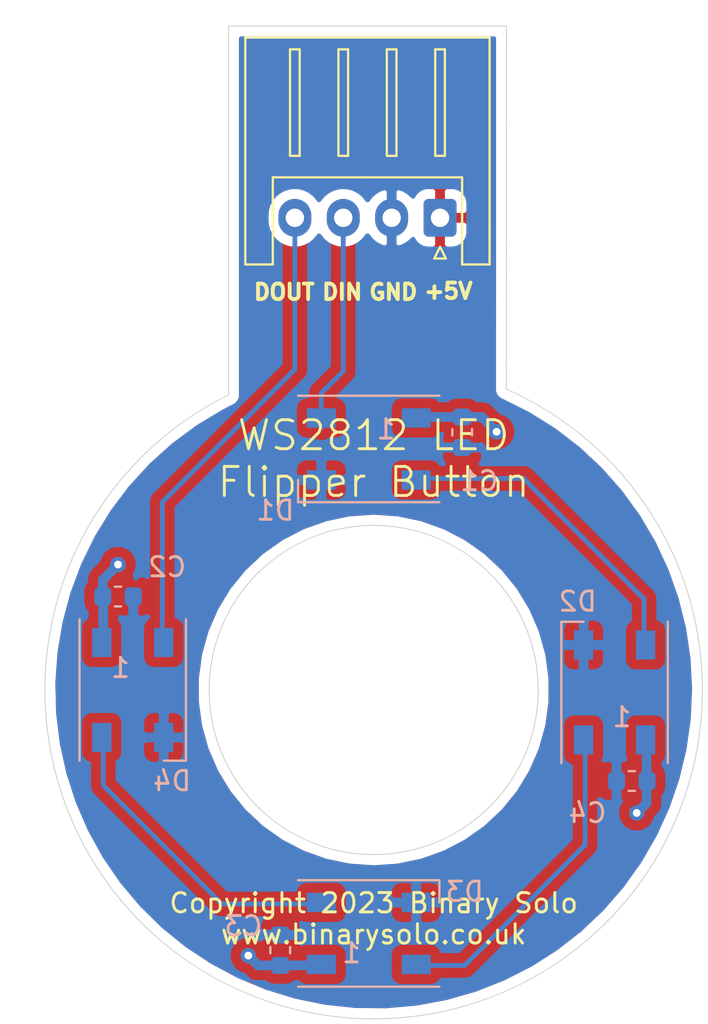
<source format=kicad_pcb>
(kicad_pcb (version 20171130) (host pcbnew 5.1.6-c6e7f7d~87~ubuntu18.04.1)

  (general
    (thickness 1.6)
    (drawings 11)
    (tracks 32)
    (zones 0)
    (modules 9)
    (nets 8)
  )

  (page A4)
  (title_block
    (title "WS2812B RGB Flipper Button")
    (date 2023-11-19)
    (rev 1.0)
    (company "Binary Solo")
    (comment 1 www.binarysolo.co.uk)
  )

  (layers
    (0 F.Cu signal)
    (31 B.Cu signal)
    (32 B.Adhes user)
    (33 F.Adhes user)
    (34 B.Paste user)
    (35 F.Paste user)
    (36 B.SilkS user)
    (37 F.SilkS user)
    (38 B.Mask user)
    (39 F.Mask user)
    (40 Dwgs.User user)
    (41 Cmts.User user)
    (42 Eco1.User user)
    (43 Eco2.User user)
    (44 Edge.Cuts user)
    (45 Margin user)
    (46 B.CrtYd user)
    (47 F.CrtYd user)
    (48 B.Fab user)
    (49 F.Fab user)
  )

  (setup
    (last_trace_width 0.5)
    (user_trace_width 0.5)
    (trace_clearance 0.2)
    (zone_clearance 0.508)
    (zone_45_only no)
    (trace_min 0.2)
    (via_size 0.8)
    (via_drill 0.4)
    (via_min_size 0.4)
    (via_min_drill 0.3)
    (user_via 1.6 0.8)
    (uvia_size 0.3)
    (uvia_drill 0.1)
    (uvias_allowed no)
    (uvia_min_size 0.2)
    (uvia_min_drill 0.1)
    (edge_width 0.05)
    (segment_width 0.2)
    (pcb_text_width 0.3)
    (pcb_text_size 1.5 1.5)
    (mod_edge_width 0.12)
    (mod_text_size 1 1)
    (mod_text_width 0.15)
    (pad_size 1.524 1.524)
    (pad_drill 0.762)
    (pad_to_mask_clearance 0.05)
    (aux_axis_origin 0 0)
    (visible_elements FFFFFF7F)
    (pcbplotparams
      (layerselection 0x010fc_ffffffff)
      (usegerberextensions false)
      (usegerberattributes true)
      (usegerberadvancedattributes true)
      (creategerberjobfile true)
      (excludeedgelayer true)
      (linewidth 0.100000)
      (plotframeref false)
      (viasonmask false)
      (mode 1)
      (useauxorigin false)
      (hpglpennumber 1)
      (hpglpenspeed 20)
      (hpglpendiameter 15.000000)
      (psnegative false)
      (psa4output false)
      (plotreference true)
      (plotvalue true)
      (plotinvisibletext false)
      (padsonsilk false)
      (subtractmaskfromsilk false)
      (outputformat 1)
      (mirror false)
      (drillshape 0)
      (scaleselection 1)
      (outputdirectory "GERBERS/"))
  )

  (net 0 "")
  (net 1 GND)
  (net 2 /DIN)
  (net 3 "Net-(D1-Pad2)")
  (net 4 /VDD)
  (net 5 "Net-(D2-Pad2)")
  (net 6 "Net-(D3-Pad2)")
  (net 7 /DOUT)

  (net_class Default "This is the default net class."
    (clearance 0.2)
    (trace_width 0.25)
    (via_dia 0.8)
    (via_drill 0.4)
    (uvia_dia 0.3)
    (uvia_drill 0.1)
    (add_net /DIN)
    (add_net /DOUT)
    (add_net /VDD)
    (add_net GND)
    (add_net "Net-(D1-Pad2)")
    (add_net "Net-(D2-Pad2)")
    (add_net "Net-(D3-Pad2)")
  )

  (net_class PWR ""
    (clearance 0.2)
    (trace_width 0.5)
    (via_dia 1.6)
    (via_drill 0.8)
    (uvia_dia 0.3)
    (uvia_drill 0.1)
  )

  (module Connector_JST:JST_XH_S04B-XH-A_1x04_P2.50mm_Horizontal (layer F.Cu) (tedit 5B775209) (tstamp 655A3343)
    (at 103.759 75.946 180)
    (descr "JST XH series connector, S04B-XH-A (http://www.jst-mfg.com/product/pdf/eng/eXH.pdf), generated with kicad-footprint-generator")
    (tags "connector JST XH top entry")
    (path /6559FC78)
    (fp_text reference J1 (at 3.75 -3.5) (layer F.SilkS) hide
      (effects (font (size 1 1) (thickness 0.15)))
    )
    (fp_text value Conn_01x04_Male (at 3.75 10.4) (layer F.Fab)
      (effects (font (size 1 1) (thickness 0.15)))
    )
    (fp_text user %R (at 3.75 3.45) (layer F.Fab)
      (effects (font (size 1 1) (thickness 0.15)))
    )
    (fp_line (start -2.95 -2.8) (end -2.95 9.7) (layer F.CrtYd) (width 0.05))
    (fp_line (start -2.95 9.7) (end 10.45 9.7) (layer F.CrtYd) (width 0.05))
    (fp_line (start 10.45 9.7) (end 10.45 -2.8) (layer F.CrtYd) (width 0.05))
    (fp_line (start 10.45 -2.8) (end -2.95 -2.8) (layer F.CrtYd) (width 0.05))
    (fp_line (start 3.75 9.31) (end -2.56 9.31) (layer F.SilkS) (width 0.12))
    (fp_line (start -2.56 9.31) (end -2.56 -2.41) (layer F.SilkS) (width 0.12))
    (fp_line (start -2.56 -2.41) (end -1.14 -2.41) (layer F.SilkS) (width 0.12))
    (fp_line (start -1.14 -2.41) (end -1.14 2.09) (layer F.SilkS) (width 0.12))
    (fp_line (start -1.14 2.09) (end 3.75 2.09) (layer F.SilkS) (width 0.12))
    (fp_line (start 3.75 9.31) (end 10.06 9.31) (layer F.SilkS) (width 0.12))
    (fp_line (start 10.06 9.31) (end 10.06 -2.41) (layer F.SilkS) (width 0.12))
    (fp_line (start 10.06 -2.41) (end 8.64 -2.41) (layer F.SilkS) (width 0.12))
    (fp_line (start 8.64 -2.41) (end 8.64 2.09) (layer F.SilkS) (width 0.12))
    (fp_line (start 8.64 2.09) (end 3.75 2.09) (layer F.SilkS) (width 0.12))
    (fp_line (start 3.75 9.2) (end -2.45 9.2) (layer F.Fab) (width 0.1))
    (fp_line (start -2.45 9.2) (end -2.45 -2.3) (layer F.Fab) (width 0.1))
    (fp_line (start -2.45 -2.3) (end -1.25 -2.3) (layer F.Fab) (width 0.1))
    (fp_line (start -1.25 -2.3) (end -1.25 2.2) (layer F.Fab) (width 0.1))
    (fp_line (start -1.25 2.2) (end 3.75 2.2) (layer F.Fab) (width 0.1))
    (fp_line (start 3.75 9.2) (end 9.95 9.2) (layer F.Fab) (width 0.1))
    (fp_line (start 9.95 9.2) (end 9.95 -2.3) (layer F.Fab) (width 0.1))
    (fp_line (start 9.95 -2.3) (end 8.75 -2.3) (layer F.Fab) (width 0.1))
    (fp_line (start 8.75 -2.3) (end 8.75 2.2) (layer F.Fab) (width 0.1))
    (fp_line (start 8.75 2.2) (end 3.75 2.2) (layer F.Fab) (width 0.1))
    (fp_line (start -0.25 3.2) (end -0.25 8.7) (layer F.SilkS) (width 0.12))
    (fp_line (start -0.25 8.7) (end 0.25 8.7) (layer F.SilkS) (width 0.12))
    (fp_line (start 0.25 8.7) (end 0.25 3.2) (layer F.SilkS) (width 0.12))
    (fp_line (start 0.25 3.2) (end -0.25 3.2) (layer F.SilkS) (width 0.12))
    (fp_line (start 2.25 3.2) (end 2.25 8.7) (layer F.SilkS) (width 0.12))
    (fp_line (start 2.25 8.7) (end 2.75 8.7) (layer F.SilkS) (width 0.12))
    (fp_line (start 2.75 8.7) (end 2.75 3.2) (layer F.SilkS) (width 0.12))
    (fp_line (start 2.75 3.2) (end 2.25 3.2) (layer F.SilkS) (width 0.12))
    (fp_line (start 4.75 3.2) (end 4.75 8.7) (layer F.SilkS) (width 0.12))
    (fp_line (start 4.75 8.7) (end 5.25 8.7) (layer F.SilkS) (width 0.12))
    (fp_line (start 5.25 8.7) (end 5.25 3.2) (layer F.SilkS) (width 0.12))
    (fp_line (start 5.25 3.2) (end 4.75 3.2) (layer F.SilkS) (width 0.12))
    (fp_line (start 7.25 3.2) (end 7.25 8.7) (layer F.SilkS) (width 0.12))
    (fp_line (start 7.25 8.7) (end 7.75 8.7) (layer F.SilkS) (width 0.12))
    (fp_line (start 7.75 8.7) (end 7.75 3.2) (layer F.SilkS) (width 0.12))
    (fp_line (start 7.75 3.2) (end 7.25 3.2) (layer F.SilkS) (width 0.12))
    (fp_line (start 0 -1.5) (end -0.3 -2.1) (layer F.SilkS) (width 0.12))
    (fp_line (start -0.3 -2.1) (end 0.3 -2.1) (layer F.SilkS) (width 0.12))
    (fp_line (start 0.3 -2.1) (end 0 -1.5) (layer F.SilkS) (width 0.12))
    (fp_line (start -0.625 2.2) (end 0 1.2) (layer F.Fab) (width 0.1))
    (fp_line (start 0 1.2) (end 0.625 2.2) (layer F.Fab) (width 0.1))
    (pad 4 thru_hole oval (at 7.5 0 180) (size 1.7 1.95) (drill 0.95) (layers *.Cu *.Mask)
      (net 7 /DOUT))
    (pad 3 thru_hole oval (at 5 0 180) (size 1.7 1.95) (drill 0.95) (layers *.Cu *.Mask)
      (net 2 /DIN))
    (pad 2 thru_hole oval (at 2.5 0 180) (size 1.7 1.95) (drill 0.95) (layers *.Cu *.Mask)
      (net 1 GND))
    (pad 1 thru_hole roundrect (at 0 0 180) (size 1.7 1.95) (drill 0.95) (layers *.Cu *.Mask) (roundrect_rratio 0.147059)
      (net 4 /VDD))
    (model ${KISYS3DMOD}/Connector_JST.3dshapes/JST_XH_S04B-XH-A_1x04_P2.50mm_Horizontal.wrl
      (at (xyz 0 0 0))
      (scale (xyz 1 1 1))
      (rotate (xyz 0 0 0))
    )
  )

  (module LED_SMD:LED_WS2812B_PLCC4_5.0x5.0mm_P3.2mm (layer B.Cu) (tedit 5AA4B285) (tstamp 655A3657)
    (at 100.076 87.884 180)
    (descr https://cdn-shop.adafruit.com/datasheets/WS2812B.pdf)
    (tags "LED RGB NeoPixel")
    (path /655A012B)
    (attr smd)
    (fp_text reference D1 (at 4.826 -3.175) (layer B.SilkS)
      (effects (font (size 1 1) (thickness 0.15)) (justify mirror))
    )
    (fp_text value WS2812B (at 0 -4) (layer B.Fab)
      (effects (font (size 1 1) (thickness 0.15)) (justify mirror))
    )
    (fp_circle (center 0 0) (end 0 2) (layer B.Fab) (width 0.1))
    (fp_line (start 3.65 -2.75) (end 3.65 -1.6) (layer B.SilkS) (width 0.12))
    (fp_line (start -3.65 -2.75) (end 3.65 -2.75) (layer B.SilkS) (width 0.12))
    (fp_line (start -3.65 2.75) (end 3.65 2.75) (layer B.SilkS) (width 0.12))
    (fp_line (start 2.5 2.5) (end -2.5 2.5) (layer B.Fab) (width 0.1))
    (fp_line (start 2.5 -2.5) (end 2.5 2.5) (layer B.Fab) (width 0.1))
    (fp_line (start -2.5 -2.5) (end 2.5 -2.5) (layer B.Fab) (width 0.1))
    (fp_line (start -2.5 2.5) (end -2.5 -2.5) (layer B.Fab) (width 0.1))
    (fp_line (start 2.5 -1.5) (end 1.5 -2.5) (layer B.Fab) (width 0.1))
    (fp_line (start -3.45 2.75) (end -3.45 -2.75) (layer B.CrtYd) (width 0.05))
    (fp_line (start -3.45 -2.75) (end 3.45 -2.75) (layer B.CrtYd) (width 0.05))
    (fp_line (start 3.45 -2.75) (end 3.45 2.75) (layer B.CrtYd) (width 0.05))
    (fp_line (start 3.45 2.75) (end -3.45 2.75) (layer B.CrtYd) (width 0.05))
    (fp_text user 1 (at -0.889 1.016) (layer B.SilkS)
      (effects (font (size 1 1) (thickness 0.15)) (justify mirror))
    )
    (fp_text user %R (at 0 0) (layer B.Fab)
      (effects (font (size 0.8 0.8) (thickness 0.15)) (justify mirror))
    )
    (pad 3 smd rect (at 2.45 -1.6 180) (size 1.5 1) (layers B.Cu B.Paste B.Mask)
      (net 1 GND))
    (pad 4 smd rect (at 2.45 1.6 180) (size 1.5 1) (layers B.Cu B.Paste B.Mask)
      (net 2 /DIN))
    (pad 2 smd rect (at -2.45 -1.6 180) (size 1.5 1) (layers B.Cu B.Paste B.Mask)
      (net 3 "Net-(D1-Pad2)"))
    (pad 1 smd rect (at -2.45 1.6 180) (size 1.5 1) (layers B.Cu B.Paste B.Mask)
      (net 4 /VDD))
    (model ${KISYS3DMOD}/LED_SMD.3dshapes/LED_WS2812B_PLCC4_5.0x5.0mm_P3.2mm.wrl
      (at (xyz 0 0 0))
      (scale (xyz 1 1 1))
      (rotate (xyz 0 0 0))
    )
  )

  (module LED_SMD:LED_WS2812B_PLCC4_5.0x5.0mm_P3.2mm (layer B.Cu) (tedit 5AA4B285) (tstamp 655A32FD)
    (at 112.776 100.457 90)
    (descr https://cdn-shop.adafruit.com/datasheets/WS2812B.pdf)
    (tags "LED RGB NeoPixel")
    (path /655A7B2B)
    (attr smd)
    (fp_text reference D2 (at 4.699 -1.905 180) (layer B.SilkS)
      (effects (font (size 1 1) (thickness 0.15)) (justify mirror))
    )
    (fp_text value WS2812B (at 0 -4 90) (layer B.Fab)
      (effects (font (size 1 1) (thickness 0.15)) (justify mirror))
    )
    (fp_text user %R (at 0 0 90) (layer B.Fab)
      (effects (font (size 0.8 0.8) (thickness 0.15)) (justify mirror))
    )
    (fp_text user 1 (at -1.27 0.381 180) (layer B.SilkS)
      (effects (font (size 1 1) (thickness 0.15)) (justify mirror))
    )
    (fp_line (start 3.45 2.75) (end -3.45 2.75) (layer B.CrtYd) (width 0.05))
    (fp_line (start 3.45 -2.75) (end 3.45 2.75) (layer B.CrtYd) (width 0.05))
    (fp_line (start -3.45 -2.75) (end 3.45 -2.75) (layer B.CrtYd) (width 0.05))
    (fp_line (start -3.45 2.75) (end -3.45 -2.75) (layer B.CrtYd) (width 0.05))
    (fp_line (start 2.5 -1.5) (end 1.5 -2.5) (layer B.Fab) (width 0.1))
    (fp_line (start -2.5 2.5) (end -2.5 -2.5) (layer B.Fab) (width 0.1))
    (fp_line (start -2.5 -2.5) (end 2.5 -2.5) (layer B.Fab) (width 0.1))
    (fp_line (start 2.5 -2.5) (end 2.5 2.5) (layer B.Fab) (width 0.1))
    (fp_line (start 2.5 2.5) (end -2.5 2.5) (layer B.Fab) (width 0.1))
    (fp_line (start -3.65 2.75) (end 3.65 2.75) (layer B.SilkS) (width 0.12))
    (fp_line (start -3.65 -2.75) (end 3.65 -2.75) (layer B.SilkS) (width 0.12))
    (fp_line (start 3.65 -2.75) (end 3.65 -1.6) (layer B.SilkS) (width 0.12))
    (fp_circle (center 0 0) (end 0 2) (layer B.Fab) (width 0.1))
    (pad 1 smd rect (at -2.45 1.6 90) (size 1.5 1) (layers B.Cu B.Paste B.Mask)
      (net 4 /VDD))
    (pad 2 smd rect (at -2.45 -1.6 90) (size 1.5 1) (layers B.Cu B.Paste B.Mask)
      (net 5 "Net-(D2-Pad2)"))
    (pad 4 smd rect (at 2.45 1.6 90) (size 1.5 1) (layers B.Cu B.Paste B.Mask)
      (net 3 "Net-(D1-Pad2)"))
    (pad 3 smd rect (at 2.45 -1.6 90) (size 1.5 1) (layers B.Cu B.Paste B.Mask)
      (net 1 GND))
    (model ${KISYS3DMOD}/LED_SMD.3dshapes/LED_WS2812B_PLCC4_5.0x5.0mm_P3.2mm.wrl
      (at (xyz 0 0 0))
      (scale (xyz 1 1 1))
      (rotate (xyz 0 0 0))
    )
  )

  (module LED_SMD:LED_WS2812B_PLCC4_5.0x5.0mm_P3.2mm (layer B.Cu) (tedit 5AA4B285) (tstamp 655A3314)
    (at 100.076 112.903)
    (descr https://cdn-shop.adafruit.com/datasheets/WS2812B.pdf)
    (tags "LED RGB NeoPixel")
    (path /655A8001)
    (attr smd)
    (fp_text reference D3 (at 4.953 -2.159) (layer B.SilkS)
      (effects (font (size 1 1) (thickness 0.15)) (justify mirror))
    )
    (fp_text value WS2812B (at 0 -4) (layer B.Fab)
      (effects (font (size 1 1) (thickness 0.15)) (justify mirror))
    )
    (fp_circle (center 0 0) (end 0 2) (layer B.Fab) (width 0.1))
    (fp_line (start 3.65 -2.75) (end 3.65 -1.6) (layer B.SilkS) (width 0.12))
    (fp_line (start -3.65 -2.75) (end 3.65 -2.75) (layer B.SilkS) (width 0.12))
    (fp_line (start -3.65 2.75) (end 3.65 2.75) (layer B.SilkS) (width 0.12))
    (fp_line (start 2.5 2.5) (end -2.5 2.5) (layer B.Fab) (width 0.1))
    (fp_line (start 2.5 -2.5) (end 2.5 2.5) (layer B.Fab) (width 0.1))
    (fp_line (start -2.5 -2.5) (end 2.5 -2.5) (layer B.Fab) (width 0.1))
    (fp_line (start -2.5 2.5) (end -2.5 -2.5) (layer B.Fab) (width 0.1))
    (fp_line (start 2.5 -1.5) (end 1.5 -2.5) (layer B.Fab) (width 0.1))
    (fp_line (start -3.45 2.75) (end -3.45 -2.75) (layer B.CrtYd) (width 0.05))
    (fp_line (start -3.45 -2.75) (end 3.45 -2.75) (layer B.CrtYd) (width 0.05))
    (fp_line (start 3.45 -2.75) (end 3.45 2.75) (layer B.CrtYd) (width 0.05))
    (fp_line (start 3.45 2.75) (end -3.45 2.75) (layer B.CrtYd) (width 0.05))
    (fp_text user 1 (at -0.889 1.016 180) (layer B.SilkS)
      (effects (font (size 1 1) (thickness 0.15)) (justify mirror))
    )
    (fp_text user %R (at 0 0) (layer B.Fab)
      (effects (font (size 0.8 0.8) (thickness 0.15)) (justify mirror))
    )
    (pad 3 smd rect (at 2.45 -1.6) (size 1.5 1) (layers B.Cu B.Paste B.Mask)
      (net 1 GND))
    (pad 4 smd rect (at 2.45 1.6) (size 1.5 1) (layers B.Cu B.Paste B.Mask)
      (net 5 "Net-(D2-Pad2)"))
    (pad 2 smd rect (at -2.45 -1.6) (size 1.5 1) (layers B.Cu B.Paste B.Mask)
      (net 6 "Net-(D3-Pad2)"))
    (pad 1 smd rect (at -2.45 1.6) (size 1.5 1) (layers B.Cu B.Paste B.Mask)
      (net 4 /VDD))
    (model ${KISYS3DMOD}/LED_SMD.3dshapes/LED_WS2812B_PLCC4_5.0x5.0mm_P3.2mm.wrl
      (at (xyz 0 0 0))
      (scale (xyz 1 1 1))
      (rotate (xyz 0 0 0))
    )
  )

  (module LED_SMD:LED_WS2812B_PLCC4_5.0x5.0mm_P3.2mm (layer B.Cu) (tedit 5AA4B285) (tstamp 655A332B)
    (at 87.884 100.33 270)
    (descr https://cdn-shop.adafruit.com/datasheets/WS2812B.pdf)
    (tags "LED RGB NeoPixel")
    (path /655A848A)
    (attr smd)
    (fp_text reference D4 (at 4.699 -2.032) (layer B.SilkS)
      (effects (font (size 1 1) (thickness 0.15)) (justify mirror))
    )
    (fp_text value WS2812B (at 0 -4 270) (layer B.Fab)
      (effects (font (size 1 1) (thickness 0.15)) (justify mirror))
    )
    (fp_text user %R (at 0 0 270) (layer B.Fab)
      (effects (font (size 0.8 0.8) (thickness 0.15)) (justify mirror))
    )
    (fp_text user 1 (at -1.143 0.635) (layer B.SilkS)
      (effects (font (size 1 1) (thickness 0.15)) (justify mirror))
    )
    (fp_line (start 3.45 2.75) (end -3.45 2.75) (layer B.CrtYd) (width 0.05))
    (fp_line (start 3.45 -2.75) (end 3.45 2.75) (layer B.CrtYd) (width 0.05))
    (fp_line (start -3.45 -2.75) (end 3.45 -2.75) (layer B.CrtYd) (width 0.05))
    (fp_line (start -3.45 2.75) (end -3.45 -2.75) (layer B.CrtYd) (width 0.05))
    (fp_line (start 2.5 -1.5) (end 1.5 -2.5) (layer B.Fab) (width 0.1))
    (fp_line (start -2.5 2.5) (end -2.5 -2.5) (layer B.Fab) (width 0.1))
    (fp_line (start -2.5 -2.5) (end 2.5 -2.5) (layer B.Fab) (width 0.1))
    (fp_line (start 2.5 -2.5) (end 2.5 2.5) (layer B.Fab) (width 0.1))
    (fp_line (start 2.5 2.5) (end -2.5 2.5) (layer B.Fab) (width 0.1))
    (fp_line (start -3.65 2.75) (end 3.65 2.75) (layer B.SilkS) (width 0.12))
    (fp_line (start -3.65 -2.75) (end 3.65 -2.75) (layer B.SilkS) (width 0.12))
    (fp_line (start 3.65 -2.75) (end 3.65 -1.6) (layer B.SilkS) (width 0.12))
    (fp_circle (center 0 0) (end 0 2) (layer B.Fab) (width 0.1))
    (pad 1 smd rect (at -2.45 1.6 270) (size 1.5 1) (layers B.Cu B.Paste B.Mask)
      (net 4 /VDD))
    (pad 2 smd rect (at -2.45 -1.6 270) (size 1.5 1) (layers B.Cu B.Paste B.Mask)
      (net 7 /DOUT))
    (pad 4 smd rect (at 2.45 1.6 270) (size 1.5 1) (layers B.Cu B.Paste B.Mask)
      (net 6 "Net-(D3-Pad2)"))
    (pad 3 smd rect (at 2.45 -1.6 270) (size 1.5 1) (layers B.Cu B.Paste B.Mask)
      (net 1 GND))
    (model ${KISYS3DMOD}/LED_SMD.3dshapes/LED_WS2812B_PLCC4_5.0x5.0mm_P3.2mm.wrl
      (at (xyz 0 0 0))
      (scale (xyz 1 1 1))
      (rotate (xyz 0 0 0))
    )
  )

  (module Capacitor_SMD:C_0603_1608Metric (layer B.Cu) (tedit 5B301BBE) (tstamp 655A5D55)
    (at 104.902 87.0205 270)
    (descr "Capacitor SMD 0603 (1608 Metric), square (rectangular) end terminal, IPC_7351 nominal, (Body size source: http://www.tortai-tech.com/upload/download/2011102023233369053.pdf), generated with kicad-footprint-generator")
    (tags capacitor)
    (path /655DBFD0)
    (attr smd)
    (fp_text reference C1 (at 2.5145 -0.889 180) (layer B.SilkS)
      (effects (font (size 1 1) (thickness 0.15)) (justify mirror))
    )
    (fp_text value 100nF (at 0 -1.43 90) (layer B.Fab)
      (effects (font (size 1 1) (thickness 0.15)) (justify mirror))
    )
    (fp_line (start 1.48 -0.73) (end -1.48 -0.73) (layer B.CrtYd) (width 0.05))
    (fp_line (start 1.48 0.73) (end 1.48 -0.73) (layer B.CrtYd) (width 0.05))
    (fp_line (start -1.48 0.73) (end 1.48 0.73) (layer B.CrtYd) (width 0.05))
    (fp_line (start -1.48 -0.73) (end -1.48 0.73) (layer B.CrtYd) (width 0.05))
    (fp_line (start -0.162779 -0.51) (end 0.162779 -0.51) (layer B.SilkS) (width 0.12))
    (fp_line (start -0.162779 0.51) (end 0.162779 0.51) (layer B.SilkS) (width 0.12))
    (fp_line (start 0.8 -0.4) (end -0.8 -0.4) (layer B.Fab) (width 0.1))
    (fp_line (start 0.8 0.4) (end 0.8 -0.4) (layer B.Fab) (width 0.1))
    (fp_line (start -0.8 0.4) (end 0.8 0.4) (layer B.Fab) (width 0.1))
    (fp_line (start -0.8 -0.4) (end -0.8 0.4) (layer B.Fab) (width 0.1))
    (fp_text user %R (at 0 0 90) (layer B.Fab)
      (effects (font (size 0.4 0.4) (thickness 0.06)) (justify mirror))
    )
    (pad 1 smd roundrect (at -0.7875 0 270) (size 0.875 0.95) (layers B.Cu B.Paste B.Mask) (roundrect_rratio 0.25)
      (net 4 /VDD))
    (pad 2 smd roundrect (at 0.7875 0 270) (size 0.875 0.95) (layers B.Cu B.Paste B.Mask) (roundrect_rratio 0.25)
      (net 1 GND))
    (model ${KISYS3DMOD}/Capacitor_SMD.3dshapes/C_0603_1608Metric.wrl
      (at (xyz 0 0 0))
      (scale (xyz 1 1 1))
      (rotate (xyz 0 0 0))
    )
  )

  (module Capacitor_SMD:C_0603_1608Metric (layer B.Cu) (tedit 5B301BBE) (tstamp 655A5F03)
    (at 87.122 95.504)
    (descr "Capacitor SMD 0603 (1608 Metric), square (rectangular) end terminal, IPC_7351 nominal, (Body size source: http://www.tortai-tech.com/upload/download/2011102023233369053.pdf), generated with kicad-footprint-generator")
    (tags capacitor)
    (path /655DD89B)
    (attr smd)
    (fp_text reference C2 (at 2.54 -1.524) (layer B.SilkS)
      (effects (font (size 1 1) (thickness 0.15)) (justify mirror))
    )
    (fp_text value 100nF (at 0 -1.43) (layer B.Fab)
      (effects (font (size 1 1) (thickness 0.15)) (justify mirror))
    )
    (fp_text user %R (at 0 0) (layer B.Fab)
      (effects (font (size 0.4 0.4) (thickness 0.06)) (justify mirror))
    )
    (fp_line (start -0.8 -0.4) (end -0.8 0.4) (layer B.Fab) (width 0.1))
    (fp_line (start -0.8 0.4) (end 0.8 0.4) (layer B.Fab) (width 0.1))
    (fp_line (start 0.8 0.4) (end 0.8 -0.4) (layer B.Fab) (width 0.1))
    (fp_line (start 0.8 -0.4) (end -0.8 -0.4) (layer B.Fab) (width 0.1))
    (fp_line (start -0.162779 0.51) (end 0.162779 0.51) (layer B.SilkS) (width 0.12))
    (fp_line (start -0.162779 -0.51) (end 0.162779 -0.51) (layer B.SilkS) (width 0.12))
    (fp_line (start -1.48 -0.73) (end -1.48 0.73) (layer B.CrtYd) (width 0.05))
    (fp_line (start -1.48 0.73) (end 1.48 0.73) (layer B.CrtYd) (width 0.05))
    (fp_line (start 1.48 0.73) (end 1.48 -0.73) (layer B.CrtYd) (width 0.05))
    (fp_line (start 1.48 -0.73) (end -1.48 -0.73) (layer B.CrtYd) (width 0.05))
    (pad 2 smd roundrect (at 0.7875 0) (size 0.875 0.95) (layers B.Cu B.Paste B.Mask) (roundrect_rratio 0.25)
      (net 1 GND))
    (pad 1 smd roundrect (at -0.7875 0) (size 0.875 0.95) (layers B.Cu B.Paste B.Mask) (roundrect_rratio 0.25)
      (net 4 /VDD))
    (model ${KISYS3DMOD}/Capacitor_SMD.3dshapes/C_0603_1608Metric.wrl
      (at (xyz 0 0 0))
      (scale (xyz 1 1 1))
      (rotate (xyz 0 0 0))
    )
  )

  (module Capacitor_SMD:C_0603_1608Metric (layer B.Cu) (tedit 5B301BBE) (tstamp 655A5D77)
    (at 95.504 113.7665 90)
    (descr "Capacitor SMD 0603 (1608 Metric), square (rectangular) end terminal, IPC_7351 nominal, (Body size source: http://www.tortai-tech.com/upload/download/2011102023233369053.pdf), generated with kicad-footprint-generator")
    (tags capacitor)
    (path /655DDE92)
    (attr smd)
    (fp_text reference C3 (at 1.2445 -1.905 180) (layer B.SilkS)
      (effects (font (size 1 1) (thickness 0.15)) (justify mirror))
    )
    (fp_text value 100nF (at 0 -1.43 90) (layer B.Fab)
      (effects (font (size 1 1) (thickness 0.15)) (justify mirror))
    )
    (fp_line (start 1.48 -0.73) (end -1.48 -0.73) (layer B.CrtYd) (width 0.05))
    (fp_line (start 1.48 0.73) (end 1.48 -0.73) (layer B.CrtYd) (width 0.05))
    (fp_line (start -1.48 0.73) (end 1.48 0.73) (layer B.CrtYd) (width 0.05))
    (fp_line (start -1.48 -0.73) (end -1.48 0.73) (layer B.CrtYd) (width 0.05))
    (fp_line (start -0.162779 -0.51) (end 0.162779 -0.51) (layer B.SilkS) (width 0.12))
    (fp_line (start -0.162779 0.51) (end 0.162779 0.51) (layer B.SilkS) (width 0.12))
    (fp_line (start 0.8 -0.4) (end -0.8 -0.4) (layer B.Fab) (width 0.1))
    (fp_line (start 0.8 0.4) (end 0.8 -0.4) (layer B.Fab) (width 0.1))
    (fp_line (start -0.8 0.4) (end 0.8 0.4) (layer B.Fab) (width 0.1))
    (fp_line (start -0.8 -0.4) (end -0.8 0.4) (layer B.Fab) (width 0.1))
    (fp_text user %R (at 0 0 90) (layer B.Fab)
      (effects (font (size 0.4 0.4) (thickness 0.06)) (justify mirror))
    )
    (pad 1 smd roundrect (at -0.7875 0 90) (size 0.875 0.95) (layers B.Cu B.Paste B.Mask) (roundrect_rratio 0.25)
      (net 4 /VDD))
    (pad 2 smd roundrect (at 0.7875 0 90) (size 0.875 0.95) (layers B.Cu B.Paste B.Mask) (roundrect_rratio 0.25)
      (net 1 GND))
    (model ${KISYS3DMOD}/Capacitor_SMD.3dshapes/C_0603_1608Metric.wrl
      (at (xyz 0 0 0))
      (scale (xyz 1 1 1))
      (rotate (xyz 0 0 0))
    )
  )

  (module Capacitor_SMD:C_0603_1608Metric (layer B.Cu) (tedit 5B301BBE) (tstamp 655A5D88)
    (at 113.665 105.029 180)
    (descr "Capacitor SMD 0603 (1608 Metric), square (rectangular) end terminal, IPC_7351 nominal, (Body size source: http://www.tortai-tech.com/upload/download/2011102023233369053.pdf), generated with kicad-footprint-generator")
    (tags capacitor)
    (path /655DE558)
    (attr smd)
    (fp_text reference C4 (at 2.286 -1.651) (layer B.SilkS)
      (effects (font (size 1 1) (thickness 0.15)) (justify mirror))
    )
    (fp_text value 100nF (at 0 -1.43) (layer B.Fab)
      (effects (font (size 1 1) (thickness 0.15)) (justify mirror))
    )
    (fp_text user %R (at 0 0) (layer B.Fab)
      (effects (font (size 0.4 0.4) (thickness 0.06)) (justify mirror))
    )
    (fp_line (start -0.8 -0.4) (end -0.8 0.4) (layer B.Fab) (width 0.1))
    (fp_line (start -0.8 0.4) (end 0.8 0.4) (layer B.Fab) (width 0.1))
    (fp_line (start 0.8 0.4) (end 0.8 -0.4) (layer B.Fab) (width 0.1))
    (fp_line (start 0.8 -0.4) (end -0.8 -0.4) (layer B.Fab) (width 0.1))
    (fp_line (start -0.162779 0.51) (end 0.162779 0.51) (layer B.SilkS) (width 0.12))
    (fp_line (start -0.162779 -0.51) (end 0.162779 -0.51) (layer B.SilkS) (width 0.12))
    (fp_line (start -1.48 -0.73) (end -1.48 0.73) (layer B.CrtYd) (width 0.05))
    (fp_line (start -1.48 0.73) (end 1.48 0.73) (layer B.CrtYd) (width 0.05))
    (fp_line (start 1.48 0.73) (end 1.48 -0.73) (layer B.CrtYd) (width 0.05))
    (fp_line (start 1.48 -0.73) (end -1.48 -0.73) (layer B.CrtYd) (width 0.05))
    (pad 2 smd roundrect (at 0.7875 0 180) (size 0.875 0.95) (layers B.Cu B.Paste B.Mask) (roundrect_rratio 0.25)
      (net 1 GND))
    (pad 1 smd roundrect (at -0.7875 0 180) (size 0.875 0.95) (layers B.Cu B.Paste B.Mask) (roundrect_rratio 0.25)
      (net 4 /VDD))
    (model ${KISYS3DMOD}/Capacitor_SMD.3dshapes/C_0603_1608Metric.wrl
      (at (xyz 0 0 0))
      (scale (xyz 1 1 1))
      (rotate (xyz 0 0 0))
    )
  )

  (gr_text "Copyright 2023 Binary Solo\nwww.binarysolo.co.uk" (at 100.33 112.141) (layer F.SilkS)
    (effects (font (size 1 1) (thickness 0.15)))
  )
  (gr_text "WS2812 LED\nFlipper Button" (at 100.33 88.392) (layer F.SilkS)
    (effects (font (size 1.5 1.5) (thickness 0.15)))
  )
  (gr_text +5V (at 104.1908 79.7306) (layer F.SilkS)
    (effects (font (size 0.8 0.8) (thickness 0.2)))
  )
  (gr_text GND (at 101.346 79.7814) (layer F.SilkS)
    (effects (font (size 0.8 0.8) (thickness 0.2)))
  )
  (gr_text DIN (at 98.7044 79.7814) (layer F.SilkS)
    (effects (font (size 0.8 0.8) (thickness 0.2)))
  )
  (gr_text DOUT (at 95.7072 79.7814) (layer F.SilkS)
    (effects (font (size 0.8 0.8) (thickness 0.2)))
  )
  (gr_line (start 107.188 66.04) (end 107.180103 84.790415) (layer Edge.Cuts) (width 0.05) (tstamp 655A3DEC))
  (gr_arc (start 100.33 100.33) (end 92.837001 85.090001) (angle -310.0295249) (layer Edge.Cuts) (width 0.05))
  (gr_line (start 92.837 66.04) (end 92.837001 85.090001) (layer Edge.Cuts) (width 0.05))
  (gr_line (start 92.837 66.04) (end 107.188 66.04) (layer Edge.Cuts) (width 0.05))
  (gr_circle (center 100.33 100.33) (end 108.83 100.33) (layer Edge.Cuts) (width 0.05))

  (segment (start 98.759 83.867) (end 98.759 75.946) (width 0.25) (layer B.Cu) (net 2))
  (segment (start 97.626 86.792) (end 97.626 85) (width 0.25) (layer B.Cu) (net 2))
  (segment (start 97.626 85) (end 98.759 83.867) (width 0.25) (layer B.Cu) (net 2))
  (segment (start 114.3 95.631) (end 114.3 97.917) (width 0.25) (layer B.Cu) (net 3))
  (segment (start 102.362 89.408) (end 108.077 89.408) (width 0.25) (layer B.Cu) (net 3))
  (segment (start 108.077 89.408) (end 114.3 95.631) (width 0.25) (layer B.Cu) (net 3))
  (segment (start 86.36 97.88) (end 86.36 95.8344) (width 0.5) (layer B.Cu) (net 4))
  (segment (start 114.427 102.907) (end 114.427 105.0288) (width 0.5) (layer B.Cu) (net 4))
  (segment (start 102.526 86.233) (end 104.6224 86.233) (width 0.5) (layer B.Cu) (net 4))
  (segment (start 97.626 114.554) (end 95.6056 114.554) (width 0.5) (layer B.Cu) (net 4))
  (via (at 106.68 86.995) (size 0.8) (drill 0.4) (layers F.Cu B.Cu) (net 4))
  (via (at 87.122 93.853) (size 0.8) (drill 0.4) (layers F.Cu B.Cu) (net 4))
  (via (at 93.853 114.046) (size 0.8) (drill 0.4) (layers F.Cu B.Cu) (net 4))
  (via (at 113.919 106.68) (size 0.8) (drill 0.4) (layers F.Cu B.Cu) (net 4))
  (segment (start 94.361 114.554) (end 93.853 114.046) (width 0.5) (layer B.Cu) (net 4))
  (segment (start 95.504 114.554) (end 94.361 114.554) (width 0.5) (layer B.Cu) (net 4))
  (segment (start 113.919 106.68) (end 114.427 106.172) (width 0.5) (layer B.Cu) (net 4))
  (segment (start 114.427 105.0545) (end 114.4525 105.029) (width 0.5) (layer B.Cu) (net 4))
  (segment (start 114.427 106.172) (end 114.427 105.0545) (width 0.5) (layer B.Cu) (net 4))
  (segment (start 105.918 86.233) (end 106.68 86.995) (width 0.5) (layer B.Cu) (net 4))
  (segment (start 104.902 86.233) (end 105.918 86.233) (width 0.5) (layer B.Cu) (net 4))
  (segment (start 86.3345 94.6405) (end 87.122 93.853) (width 0.5) (layer B.Cu) (net 4))
  (segment (start 86.3345 95.504) (end 86.3345 94.6405) (width 0.5) (layer B.Cu) (net 4))
  (segment (start 111.252 108.331) (end 111.252 102.87) (width 0.25) (layer B.Cu) (net 5))
  (segment (start 102.526 114.554) (end 105.029 114.554) (width 0.25) (layer B.Cu) (net 5))
  (segment (start 105.029 114.554) (end 111.252 108.331) (width 0.25) (layer B.Cu) (net 5))
  (segment (start 86.36 105.2576) (end 86.36 102.78) (width 0.25) (layer B.Cu) (net 6))
  (segment (start 97.626 111.379) (end 92.4814 111.379) (width 0.25) (layer B.Cu) (net 6))
  (segment (start 92.4814 111.379) (end 86.36 105.2576) (width 0.25) (layer B.Cu) (net 6))
  (segment (start 96.259 83.7762) (end 96.259 75.946) (width 0.25) (layer B.Cu) (net 7))
  (segment (start 89.408 97.88) (end 89.408 90.6272) (width 0.25) (layer B.Cu) (net 7))
  (segment (start 89.408 90.6272) (end 96.259 83.7762) (width 0.25) (layer B.Cu) (net 7))

  (zone (net 1) (net_name GND) (layer B.Cu) (tstamp 655A99A9) (hatch edge 0.508)
    (connect_pads (clearance 0.508))
    (min_thickness 0.254)
    (fill yes (arc_segments 32) (thermal_gap 0.508) (thermal_bridge_width 0.508))
    (polygon
      (pts
        (xy 117.602 117.602) (xy 81.026 117.602) (xy 81.28 65.786) (xy 117.602 65.786)
      )
    )
    (filled_polygon
      (pts
        (xy 106.52009 84.822556) (xy 106.529599 84.919524) (xy 106.567287 85.043949) (xy 106.628523 85.158632) (xy 106.710958 85.259165)
        (xy 106.811421 85.341684) (xy 106.926052 85.403018) (xy 106.934996 85.405735) (xy 108.314719 86.094802) (xy 109.642339 86.925638)
        (xy 110.884223 87.879902) (xy 112.028922 88.948795) (xy 113.065898 90.12248) (xy 113.985615 91.39016) (xy 114.779593 92.740148)
        (xy 115.440526 94.160024) (xy 115.962325 95.636708) (xy 116.340189 97.156609) (xy 116.570636 98.705718) (xy 116.651549 100.269806)
        (xy 116.582178 101.834423) (xy 116.363162 103.385206) (xy 115.996521 104.90785) (xy 115.48563 106.388336) (xy 114.835187 107.813055)
        (xy 114.051189 109.168867) (xy 113.140854 110.443288) (xy 112.112562 111.624592) (xy 110.975772 112.701907) (xy 109.740974 113.665297)
        (xy 108.419514 114.505908) (xy 107.023573 115.215989) (xy 105.565988 115.789011) (xy 104.060211 116.219686) (xy 102.520077 116.504058)
        (xy 100.959782 116.639505) (xy 99.393682 116.624781) (xy 97.836202 116.46002) (xy 96.301699 116.146744) (xy 94.804273 115.687829)
        (xy 94.136686 115.410778) (xy 94.18751 115.426195) (xy 94.317523 115.439) (xy 94.317533 115.439) (xy 94.360999 115.443281)
        (xy 94.404465 115.439) (xy 94.715465 115.439) (xy 94.771725 115.485171) (xy 94.919858 115.56435) (xy 95.080592 115.613108)
        (xy 95.24775 115.629572) (xy 95.76025 115.629572) (xy 95.927408 115.613108) (xy 96.088142 115.56435) (xy 96.236275 115.485171)
        (xy 96.292535 115.439) (xy 96.412353 115.439) (xy 96.424815 115.454185) (xy 96.521506 115.533537) (xy 96.63182 115.592502)
        (xy 96.751518 115.628812) (xy 96.876 115.641072) (xy 98.376 115.641072) (xy 98.500482 115.628812) (xy 98.62018 115.592502)
        (xy 98.730494 115.533537) (xy 98.827185 115.454185) (xy 98.906537 115.357494) (xy 98.965502 115.24718) (xy 99.001812 115.127482)
        (xy 99.014072 115.003) (xy 99.014072 114.003) (xy 101.137928 114.003) (xy 101.137928 115.003) (xy 101.150188 115.127482)
        (xy 101.186498 115.24718) (xy 101.245463 115.357494) (xy 101.324815 115.454185) (xy 101.421506 115.533537) (xy 101.53182 115.592502)
        (xy 101.651518 115.628812) (xy 101.776 115.641072) (xy 103.276 115.641072) (xy 103.400482 115.628812) (xy 103.52018 115.592502)
        (xy 103.630494 115.533537) (xy 103.727185 115.454185) (xy 103.806537 115.357494) (xy 103.829785 115.314) (xy 104.991678 115.314)
        (xy 105.029 115.317676) (xy 105.066322 115.314) (xy 105.066333 115.314) (xy 105.177986 115.303003) (xy 105.321247 115.259546)
        (xy 105.453276 115.188974) (xy 105.569001 115.094001) (xy 105.592804 115.064997) (xy 111.763004 108.894798) (xy 111.792001 108.871001)
        (xy 111.831145 108.823304) (xy 111.886974 108.755277) (xy 111.957546 108.623247) (xy 111.965088 108.598385) (xy 112.001003 108.479986)
        (xy 112.012 108.368333) (xy 112.012 108.368323) (xy 112.015676 108.331) (xy 112.012 108.293678) (xy 112.012 106.578061)
        (xy 112.884 106.578061) (xy 112.884 106.781939) (xy 112.923774 106.981898) (xy 113.001795 107.170256) (xy 113.115063 107.339774)
        (xy 113.259226 107.483937) (xy 113.428744 107.597205) (xy 113.617102 107.675226) (xy 113.817061 107.715) (xy 114.020939 107.715)
        (xy 114.220898 107.675226) (xy 114.409256 107.597205) (xy 114.578774 107.483937) (xy 114.722937 107.339774) (xy 114.836205 107.170256)
        (xy 114.914226 106.981898) (xy 114.925535 106.925043) (xy 115.022045 106.828533) (xy 115.055817 106.800817) (xy 115.166411 106.666059)
        (xy 115.248589 106.512313) (xy 115.299195 106.34549) (xy 115.312 106.215477) (xy 115.312 106.215467) (xy 115.316281 106.172001)
        (xy 115.312 106.128535) (xy 115.312 105.848607) (xy 115.383671 105.761275) (xy 115.46285 105.613142) (xy 115.511608 105.452408)
        (xy 115.528072 105.28525) (xy 115.528072 104.77275) (xy 115.511608 104.605592) (xy 115.46285 104.444858) (xy 115.383671 104.296725)
        (xy 115.312 104.209393) (xy 115.312 104.120647) (xy 115.327185 104.108185) (xy 115.406537 104.011494) (xy 115.465502 103.90118)
        (xy 115.501812 103.781482) (xy 115.514072 103.657) (xy 115.514072 102.157) (xy 115.501812 102.032518) (xy 115.465502 101.91282)
        (xy 115.406537 101.802506) (xy 115.327185 101.705815) (xy 115.230494 101.626463) (xy 115.12018 101.567498) (xy 115.000482 101.531188)
        (xy 114.876 101.518928) (xy 113.876 101.518928) (xy 113.751518 101.531188) (xy 113.63182 101.567498) (xy 113.521506 101.626463)
        (xy 113.424815 101.705815) (xy 113.345463 101.802506) (xy 113.286498 101.91282) (xy 113.250188 102.032518) (xy 113.237928 102.157)
        (xy 113.237928 103.657) (xy 113.250188 103.781482) (xy 113.286498 103.90118) (xy 113.294602 103.916341) (xy 113.16325 103.919)
        (xy 113.0045 104.07775) (xy 113.0045 104.902) (xy 113.0245 104.902) (xy 113.0245 105.156) (xy 113.0045 105.156)
        (xy 113.0045 105.98025) (xy 113.08679 106.06254) (xy 113.001795 106.189744) (xy 112.923774 106.378102) (xy 112.884 106.578061)
        (xy 112.012 106.578061) (xy 112.012 105.974212) (xy 112.085506 106.034537) (xy 112.19582 106.093502) (xy 112.315518 106.129812)
        (xy 112.44 106.142072) (xy 112.59175 106.139) (xy 112.7505 105.98025) (xy 112.7505 105.156) (xy 112.7305 105.156)
        (xy 112.7305 104.902) (xy 112.7505 104.902) (xy 112.7505 104.07775) (xy 112.59175 103.919) (xy 112.44 103.915928)
        (xy 112.315518 103.928188) (xy 112.238593 103.951523) (xy 112.265502 103.90118) (xy 112.301812 103.781482) (xy 112.314072 103.657)
        (xy 112.314072 102.157) (xy 112.301812 102.032518) (xy 112.265502 101.91282) (xy 112.206537 101.802506) (xy 112.127185 101.705815)
        (xy 112.030494 101.626463) (xy 111.92018 101.567498) (xy 111.800482 101.531188) (xy 111.676 101.518928) (xy 110.676 101.518928)
        (xy 110.551518 101.531188) (xy 110.43182 101.567498) (xy 110.321506 101.626463) (xy 110.224815 101.705815) (xy 110.145463 101.802506)
        (xy 110.086498 101.91282) (xy 110.050188 102.032518) (xy 110.037928 102.157) (xy 110.037928 103.657) (xy 110.050188 103.781482)
        (xy 110.086498 103.90118) (xy 110.145463 104.011494) (xy 110.224815 104.108185) (xy 110.321506 104.187537) (xy 110.43182 104.246502)
        (xy 110.492001 104.264758) (xy 110.492 108.016198) (xy 104.714199 113.794) (xy 103.876174 113.794) (xy 103.865502 113.75882)
        (xy 103.806537 113.648506) (xy 103.727185 113.551815) (xy 103.630494 113.472463) (xy 103.52018 113.413498) (xy 103.400482 113.377188)
        (xy 103.276 113.364928) (xy 101.776 113.364928) (xy 101.651518 113.377188) (xy 101.53182 113.413498) (xy 101.421506 113.472463)
        (xy 101.324815 113.551815) (xy 101.245463 113.648506) (xy 101.186498 113.75882) (xy 101.150188 113.878518) (xy 101.137928 114.003)
        (xy 99.014072 114.003) (xy 99.001812 113.878518) (xy 98.965502 113.75882) (xy 98.906537 113.648506) (xy 98.827185 113.551815)
        (xy 98.730494 113.472463) (xy 98.62018 113.413498) (xy 98.500482 113.377188) (xy 98.376 113.364928) (xy 96.876 113.364928)
        (xy 96.751518 113.377188) (xy 96.63182 113.413498) (xy 96.616565 113.421652) (xy 96.617072 113.4165) (xy 96.614 113.26475)
        (xy 96.45525 113.106) (xy 95.631 113.106) (xy 95.631 113.126) (xy 95.377 113.126) (xy 95.377 113.106)
        (xy 94.55275 113.106) (xy 94.455174 113.203576) (xy 94.343256 113.128795) (xy 94.154898 113.050774) (xy 93.954939 113.011)
        (xy 93.751061 113.011) (xy 93.551102 113.050774) (xy 93.362744 113.128795) (xy 93.193226 113.242063) (xy 93.049063 113.386226)
        (xy 92.935795 113.555744) (xy 92.857774 113.744102) (xy 92.818 113.944061) (xy 92.818 114.147939) (xy 92.857774 114.347898)
        (xy 92.935795 114.536256) (xy 93.049063 114.705774) (xy 93.193226 114.849937) (xy 93.362744 114.963205) (xy 93.551102 115.041226)
        (xy 93.607957 115.052535) (xy 93.704466 115.149044) (xy 93.732183 115.182817) (xy 93.866941 115.293411) (xy 93.912306 115.317659)
        (xy 93.35773 115.087508) (xy 91.97539 114.351308) (xy 90.669964 113.485997) (xy 89.453489 112.499555) (xy 88.337162 111.401062)
        (xy 87.331259 110.200628) (xy 86.445051 108.909321) (xy 85.686678 107.539001) (xy 85.063142 106.102316) (xy 84.580177 104.61248)
        (xy 84.242228 103.083209) (xy 84.113632 102.03) (xy 85.145928 102.03) (xy 85.145928 103.53) (xy 85.158188 103.654482)
        (xy 85.194498 103.77418) (xy 85.253463 103.884494) (xy 85.332815 103.981185) (xy 85.429506 104.060537) (xy 85.53982 104.119502)
        (xy 85.6 104.137758) (xy 85.6 105.220277) (xy 85.596324 105.2576) (xy 85.6 105.294922) (xy 85.6 105.294932)
        (xy 85.610997 105.406585) (xy 85.652433 105.543184) (xy 85.654454 105.549846) (xy 85.725026 105.681876) (xy 85.761575 105.72641)
        (xy 85.819999 105.797601) (xy 85.849003 105.821404) (xy 91.917601 111.890003) (xy 91.941399 111.919001) (xy 91.970397 111.942799)
        (xy 92.057123 112.013974) (xy 92.153053 112.06525) (xy 92.189153 112.084546) (xy 92.332414 112.128003) (xy 92.444067 112.139)
        (xy 92.444077 112.139) (xy 92.4814 112.142676) (xy 92.518723 112.139) (xy 94.53786 112.139) (xy 94.498463 112.187006)
        (xy 94.439498 112.29732) (xy 94.403188 112.417018) (xy 94.390928 112.5415) (xy 94.394 112.69325) (xy 94.55275 112.852)
        (xy 95.377 112.852) (xy 95.377 112.832) (xy 95.631 112.832) (xy 95.631 112.852) (xy 96.45525 112.852)
        (xy 96.614 112.69325) (xy 96.617072 112.5415) (xy 96.604812 112.417018) (xy 96.590709 112.370528) (xy 96.63182 112.392502)
        (xy 96.751518 112.428812) (xy 96.876 112.441072) (xy 98.376 112.441072) (xy 98.500482 112.428812) (xy 98.62018 112.392502)
        (xy 98.730494 112.333537) (xy 98.827185 112.254185) (xy 98.906537 112.157494) (xy 98.965502 112.04718) (xy 99.001812 111.927482)
        (xy 99.014072 111.803) (xy 101.137928 111.803) (xy 101.150188 111.927482) (xy 101.186498 112.04718) (xy 101.245463 112.157494)
        (xy 101.324815 112.254185) (xy 101.421506 112.333537) (xy 101.53182 112.392502) (xy 101.651518 112.428812) (xy 101.776 112.441072)
        (xy 102.24025 112.438) (xy 102.399 112.27925) (xy 102.399 111.43) (xy 102.653 111.43) (xy 102.653 112.27925)
        (xy 102.81175 112.438) (xy 103.276 112.441072) (xy 103.400482 112.428812) (xy 103.52018 112.392502) (xy 103.630494 112.333537)
        (xy 103.727185 112.254185) (xy 103.806537 112.157494) (xy 103.865502 112.04718) (xy 103.901812 111.927482) (xy 103.914072 111.803)
        (xy 103.911 111.58875) (xy 103.75225 111.43) (xy 102.653 111.43) (xy 102.399 111.43) (xy 101.29975 111.43)
        (xy 101.141 111.58875) (xy 101.137928 111.803) (xy 99.014072 111.803) (xy 99.014072 110.803) (xy 101.137928 110.803)
        (xy 101.141 111.01725) (xy 101.29975 111.176) (xy 102.399 111.176) (xy 102.399 110.32675) (xy 102.653 110.32675)
        (xy 102.653 111.176) (xy 103.75225 111.176) (xy 103.911 111.01725) (xy 103.914072 110.803) (xy 103.901812 110.678518)
        (xy 103.865502 110.55882) (xy 103.806537 110.448506) (xy 103.727185 110.351815) (xy 103.630494 110.272463) (xy 103.52018 110.213498)
        (xy 103.400482 110.177188) (xy 103.276 110.164928) (xy 102.81175 110.168) (xy 102.653 110.32675) (xy 102.399 110.32675)
        (xy 102.24025 110.168) (xy 101.776 110.164928) (xy 101.651518 110.177188) (xy 101.53182 110.213498) (xy 101.421506 110.272463)
        (xy 101.324815 110.351815) (xy 101.245463 110.448506) (xy 101.186498 110.55882) (xy 101.150188 110.678518) (xy 101.137928 110.803)
        (xy 99.014072 110.803) (xy 99.001812 110.678518) (xy 98.965502 110.55882) (xy 98.906537 110.448506) (xy 98.827185 110.351815)
        (xy 98.730494 110.272463) (xy 98.62018 110.213498) (xy 98.500482 110.177188) (xy 98.376 110.164928) (xy 96.876 110.164928)
        (xy 96.751518 110.177188) (xy 96.63182 110.213498) (xy 96.521506 110.272463) (xy 96.424815 110.351815) (xy 96.345463 110.448506)
        (xy 96.286498 110.55882) (xy 96.268243 110.619) (xy 92.796202 110.619) (xy 87.12 104.942799) (xy 87.12 104.070422)
        (xy 87.138494 104.060537) (xy 87.235185 103.981185) (xy 87.314537 103.884494) (xy 87.373502 103.77418) (xy 87.409812 103.654482)
        (xy 87.422072 103.53) (xy 88.345928 103.53) (xy 88.358188 103.654482) (xy 88.394498 103.77418) (xy 88.453463 103.884494)
        (xy 88.532815 103.981185) (xy 88.629506 104.060537) (xy 88.73982 104.119502) (xy 88.859518 104.155812) (xy 88.984 104.168072)
        (xy 89.19825 104.165) (xy 89.357 104.00625) (xy 89.357 102.907) (xy 89.611 102.907) (xy 89.611 104.00625)
        (xy 89.76975 104.165) (xy 89.984 104.168072) (xy 90.108482 104.155812) (xy 90.22818 104.119502) (xy 90.338494 104.060537)
        (xy 90.435185 103.981185) (xy 90.514537 103.884494) (xy 90.573502 103.77418) (xy 90.609812 103.654482) (xy 90.622072 103.53)
        (xy 90.619 103.06575) (xy 90.46025 102.907) (xy 89.611 102.907) (xy 89.357 102.907) (xy 88.50775 102.907)
        (xy 88.349 103.06575) (xy 88.345928 103.53) (xy 87.422072 103.53) (xy 87.422072 102.03) (xy 88.345928 102.03)
        (xy 88.349 102.49425) (xy 88.50775 102.653) (xy 89.357 102.653) (xy 89.357 101.55375) (xy 89.611 101.55375)
        (xy 89.611 102.653) (xy 90.46025 102.653) (xy 90.619 102.49425) (xy 90.622072 102.03) (xy 90.609812 101.905518)
        (xy 90.573502 101.78582) (xy 90.514537 101.675506) (xy 90.435185 101.578815) (xy 90.338494 101.499463) (xy 90.22818 101.440498)
        (xy 90.108482 101.404188) (xy 89.984 101.391928) (xy 89.76975 101.395) (xy 89.611 101.55375) (xy 89.357 101.55375)
        (xy 89.19825 101.395) (xy 88.984 101.391928) (xy 88.859518 101.404188) (xy 88.73982 101.440498) (xy 88.629506 101.499463)
        (xy 88.532815 101.578815) (xy 88.453463 101.675506) (xy 88.394498 101.78582) (xy 88.358188 101.905518) (xy 88.345928 102.03)
        (xy 87.422072 102.03) (xy 87.409812 101.905518) (xy 87.373502 101.78582) (xy 87.314537 101.675506) (xy 87.235185 101.578815)
        (xy 87.138494 101.499463) (xy 87.02818 101.440498) (xy 86.908482 101.404188) (xy 86.784 101.391928) (xy 85.784 101.391928)
        (xy 85.659518 101.404188) (xy 85.53982 101.440498) (xy 85.429506 101.499463) (xy 85.332815 101.578815) (xy 85.253463 101.675506)
        (xy 85.194498 101.78582) (xy 85.158188 101.905518) (xy 85.145928 102.03) (xy 84.113632 102.03) (xy 84.052408 101.52858)
        (xy 84.012469 99.962936) (xy 84.030783 99.703535) (xy 91.171401 99.703535) (xy 91.171401 100.956465) (xy 91.342008 102.197726)
        (xy 91.680045 103.404195) (xy 92.179214 104.553397) (xy 92.830216 105.623925) (xy 93.620926 106.595838) (xy 94.536613 107.45103)
        (xy 95.560219 108.17357) (xy 96.672678 108.75) (xy 97.853266 109.169581) (xy 99.07999 109.424497) (xy 100.33 109.51)
        (xy 101.58001 109.424497) (xy 102.806734 109.169581) (xy 103.987322 108.75) (xy 105.099781 108.17357) (xy 106.123387 107.45103)
        (xy 107.039074 106.595838) (xy 107.829784 105.623925) (xy 108.480786 104.553397) (xy 108.979955 103.404195) (xy 109.317992 102.197726)
        (xy 109.488599 100.956465) (xy 109.488599 99.703535) (xy 109.358502 98.757) (xy 110.037928 98.757) (xy 110.050188 98.881482)
        (xy 110.086498 99.00118) (xy 110.145463 99.111494) (xy 110.224815 99.208185) (xy 110.321506 99.287537) (xy 110.43182 99.346502)
        (xy 110.551518 99.382812) (xy 110.676 99.395072) (xy 110.89025 99.392) (xy 111.049 99.23325) (xy 111.049 98.134)
        (xy 111.303 98.134) (xy 111.303 99.23325) (xy 111.46175 99.392) (xy 111.676 99.395072) (xy 111.800482 99.382812)
        (xy 111.92018 99.346502) (xy 112.030494 99.287537) (xy 112.127185 99.208185) (xy 112.206537 99.111494) (xy 112.265502 99.00118)
        (xy 112.301812 98.881482) (xy 112.314072 98.757) (xy 112.311 98.29275) (xy 112.15225 98.134) (xy 111.303 98.134)
        (xy 111.049 98.134) (xy 110.19975 98.134) (xy 110.041 98.29275) (xy 110.037928 98.757) (xy 109.358502 98.757)
        (xy 109.317992 98.462274) (xy 108.98029 97.257) (xy 110.037928 97.257) (xy 110.041 97.72125) (xy 110.19975 97.88)
        (xy 111.049 97.88) (xy 111.049 96.78075) (xy 111.303 96.78075) (xy 111.303 97.88) (xy 112.15225 97.88)
        (xy 112.311 97.72125) (xy 112.314072 97.257) (xy 112.301812 97.132518) (xy 112.265502 97.01282) (xy 112.206537 96.902506)
        (xy 112.127185 96.805815) (xy 112.030494 96.726463) (xy 111.92018 96.667498) (xy 111.800482 96.631188) (xy 111.676 96.618928)
        (xy 111.46175 96.622) (xy 111.303 96.78075) (xy 111.049 96.78075) (xy 110.89025 96.622) (xy 110.676 96.618928)
        (xy 110.551518 96.631188) (xy 110.43182 96.667498) (xy 110.321506 96.726463) (xy 110.224815 96.805815) (xy 110.145463 96.902506)
        (xy 110.086498 97.01282) (xy 110.050188 97.132518) (xy 110.037928 97.257) (xy 108.98029 97.257) (xy 108.979955 97.255805)
        (xy 108.480786 96.106603) (xy 107.829784 95.036075) (xy 107.039074 94.064162) (xy 106.123387 93.20897) (xy 105.099781 92.48643)
        (xy 103.987322 91.91) (xy 102.806734 91.490419) (xy 101.58001 91.235503) (xy 100.33 91.15) (xy 99.07999 91.235503)
        (xy 97.853266 91.490419) (xy 96.672678 91.91) (xy 95.560219 92.48643) (xy 94.536613 93.20897) (xy 93.620926 94.064162)
        (xy 92.830216 95.036075) (xy 92.179214 96.106603) (xy 91.680045 97.255805) (xy 91.342008 98.462274) (xy 91.171401 99.703535)
        (xy 84.030783 99.703535) (xy 84.122773 98.400659) (xy 84.336289 97.13) (xy 85.145928 97.13) (xy 85.145928 98.63)
        (xy 85.158188 98.754482) (xy 85.194498 98.87418) (xy 85.253463 98.984494) (xy 85.332815 99.081185) (xy 85.429506 99.160537)
        (xy 85.53982 99.219502) (xy 85.659518 99.255812) (xy 85.784 99.268072) (xy 86.784 99.268072) (xy 86.908482 99.255812)
        (xy 87.02818 99.219502) (xy 87.138494 99.160537) (xy 87.235185 99.081185) (xy 87.314537 98.984494) (xy 87.373502 98.87418)
        (xy 87.409812 98.754482) (xy 87.422072 98.63) (xy 87.422072 97.13) (xy 87.409812 97.005518) (xy 87.373502 96.88582)
        (xy 87.314537 96.775506) (xy 87.245 96.690775) (xy 87.245 96.573713) (xy 87.347518 96.604812) (xy 87.472 96.617072)
        (xy 87.62375 96.614) (xy 87.7825 96.45525) (xy 87.7825 95.631) (xy 87.7625 95.631) (xy 87.7625 95.377)
        (xy 87.7825 95.377) (xy 87.7825 95.357) (xy 88.0365 95.357) (xy 88.0365 95.377) (xy 88.0565 95.377)
        (xy 88.0565 95.631) (xy 88.0365 95.631) (xy 88.0365 96.45525) (xy 88.19525 96.614) (xy 88.347 96.617072)
        (xy 88.471482 96.604812) (xy 88.59118 96.568502) (xy 88.648 96.53813) (xy 88.648 96.589577) (xy 88.629506 96.599463)
        (xy 88.532815 96.678815) (xy 88.453463 96.775506) (xy 88.394498 96.88582) (xy 88.358188 97.005518) (xy 88.345928 97.13)
        (xy 88.345928 98.63) (xy 88.358188 98.754482) (xy 88.394498 98.87418) (xy 88.453463 98.984494) (xy 88.532815 99.081185)
        (xy 88.629506 99.160537) (xy 88.73982 99.219502) (xy 88.859518 99.255812) (xy 88.984 99.268072) (xy 89.984 99.268072)
        (xy 90.108482 99.255812) (xy 90.22818 99.219502) (xy 90.338494 99.160537) (xy 90.435185 99.081185) (xy 90.514537 98.984494)
        (xy 90.573502 98.87418) (xy 90.609812 98.754482) (xy 90.622072 98.63) (xy 90.622072 97.13) (xy 90.609812 97.005518)
        (xy 90.573502 96.88582) (xy 90.514537 96.775506) (xy 90.435185 96.678815) (xy 90.338494 96.599463) (xy 90.22818 96.540498)
        (xy 90.168 96.522243) (xy 90.168 90.942001) (xy 91.126001 89.984) (xy 96.237928 89.984) (xy 96.250188 90.108482)
        (xy 96.286498 90.22818) (xy 96.345463 90.338494) (xy 96.424815 90.435185) (xy 96.521506 90.514537) (xy 96.63182 90.573502)
        (xy 96.751518 90.609812) (xy 96.876 90.622072) (xy 97.34025 90.619) (xy 97.499 90.46025) (xy 97.499 89.611)
        (xy 97.753 89.611) (xy 97.753 90.46025) (xy 97.91175 90.619) (xy 98.376 90.622072) (xy 98.500482 90.609812)
        (xy 98.62018 90.573502) (xy 98.730494 90.514537) (xy 98.827185 90.435185) (xy 98.906537 90.338494) (xy 98.965502 90.22818)
        (xy 99.001812 90.108482) (xy 99.014072 89.984) (xy 99.011 89.76975) (xy 98.85225 89.611) (xy 97.753 89.611)
        (xy 97.499 89.611) (xy 96.39975 89.611) (xy 96.241 89.76975) (xy 96.237928 89.984) (xy 91.126001 89.984)
        (xy 92.126001 88.984) (xy 96.237928 88.984) (xy 96.241 89.19825) (xy 96.39975 89.357) (xy 97.499 89.357)
        (xy 97.499 88.50775) (xy 97.753 88.50775) (xy 97.753 89.357) (xy 98.85225 89.357) (xy 99.011 89.19825)
        (xy 99.014072 88.984) (xy 101.137928 88.984) (xy 101.137928 89.984) (xy 101.150188 90.108482) (xy 101.186498 90.22818)
        (xy 101.245463 90.338494) (xy 101.324815 90.435185) (xy 101.421506 90.514537) (xy 101.53182 90.573502) (xy 101.651518 90.609812)
        (xy 101.776 90.622072) (xy 103.276 90.622072) (xy 103.400482 90.609812) (xy 103.52018 90.573502) (xy 103.630494 90.514537)
        (xy 103.727185 90.435185) (xy 103.806537 90.338494) (xy 103.865502 90.22818) (xy 103.883757 90.168) (xy 107.762199 90.168)
        (xy 113.54 95.945802) (xy 113.54 96.716577) (xy 113.521506 96.726463) (xy 113.424815 96.805815) (xy 113.345463 96.902506)
        (xy 113.286498 97.01282) (xy 113.250188 97.132518) (xy 113.237928 97.257) (xy 113.237928 98.757) (xy 113.250188 98.881482)
        (xy 113.286498 99.00118) (xy 113.345463 99.111494) (xy 113.424815 99.208185) (xy 113.521506 99.287537) (xy 113.63182 99.346502)
        (xy 113.751518 99.382812) (xy 113.876 99.395072) (xy 114.876 99.395072) (xy 115.000482 99.382812) (xy 115.12018 99.346502)
        (xy 115.230494 99.287537) (xy 115.327185 99.208185) (xy 115.406537 99.111494) (xy 115.465502 99.00118) (xy 115.501812 98.881482)
        (xy 115.514072 98.757) (xy 115.514072 97.257) (xy 115.501812 97.132518) (xy 115.465502 97.01282) (xy 115.406537 96.902506)
        (xy 115.327185 96.805815) (xy 115.230494 96.726463) (xy 115.12018 96.667498) (xy 115.06 96.649243) (xy 115.06 95.668322)
        (xy 115.063676 95.631) (xy 115.06 95.593677) (xy 115.06 95.593667) (xy 115.049003 95.482014) (xy 115.005546 95.338753)
        (xy 114.989668 95.309048) (xy 114.934974 95.206723) (xy 114.863799 95.119997) (xy 114.840001 95.090999) (xy 114.811004 95.067202)
        (xy 108.640804 88.897003) (xy 108.617001 88.867999) (xy 108.501276 88.773026) (xy 108.369247 88.702454) (xy 108.225986 88.658997)
        (xy 108.114333 88.648) (xy 108.114322 88.648) (xy 108.077 88.644324) (xy 108.039678 88.648) (xy 105.86814 88.648)
        (xy 105.907537 88.599994) (xy 105.966502 88.48968) (xy 106.002812 88.369982) (xy 106.015072 88.2455) (xy 106.012 88.09375)
        (xy 105.85325 87.935) (xy 105.029 87.935) (xy 105.029 87.955) (xy 104.775 87.955) (xy 104.775 87.935)
        (xy 103.95075 87.935) (xy 103.792 88.09375) (xy 103.788928 88.2455) (xy 103.801188 88.369982) (xy 103.837498 88.48968)
        (xy 103.896463 88.599994) (xy 103.93586 88.648) (xy 103.816422 88.648) (xy 103.806537 88.629506) (xy 103.727185 88.532815)
        (xy 103.630494 88.453463) (xy 103.52018 88.394498) (xy 103.400482 88.358188) (xy 103.276 88.345928) (xy 101.776 88.345928)
        (xy 101.651518 88.358188) (xy 101.53182 88.394498) (xy 101.421506 88.453463) (xy 101.324815 88.532815) (xy 101.245463 88.629506)
        (xy 101.186498 88.73982) (xy 101.150188 88.859518) (xy 101.137928 88.984) (xy 99.014072 88.984) (xy 99.001812 88.859518)
        (xy 98.965502 88.73982) (xy 98.906537 88.629506) (xy 98.827185 88.532815) (xy 98.730494 88.453463) (xy 98.62018 88.394498)
        (xy 98.500482 88.358188) (xy 98.376 88.345928) (xy 97.91175 88.349) (xy 97.753 88.50775) (xy 97.499 88.50775)
        (xy 97.34025 88.349) (xy 96.876 88.345928) (xy 96.751518 88.358188) (xy 96.63182 88.394498) (xy 96.521506 88.453463)
        (xy 96.424815 88.532815) (xy 96.345463 88.629506) (xy 96.286498 88.73982) (xy 96.250188 88.859518) (xy 96.237928 88.984)
        (xy 92.126001 88.984) (xy 96.770004 84.339998) (xy 96.799001 84.316201) (xy 96.859075 84.243001) (xy 96.893974 84.200477)
        (xy 96.964546 84.068447) (xy 96.964546 84.068446) (xy 97.008003 83.925186) (xy 97.019 83.813533) (xy 97.019 83.813524)
        (xy 97.022676 83.776201) (xy 97.019 83.738878) (xy 97.019 77.348594) (xy 97.088013 77.311706) (xy 97.314134 77.126134)
        (xy 97.499706 76.900014) (xy 97.509 76.882626) (xy 97.518294 76.900013) (xy 97.703866 77.126134) (xy 97.929986 77.311706)
        (xy 97.999001 77.348595) (xy 97.999 83.552198) (xy 97.114998 84.436201) (xy 97.086 84.459999) (xy 97.062202 84.488997)
        (xy 97.062201 84.488998) (xy 96.991026 84.575724) (xy 96.920454 84.707754) (xy 96.89018 84.807558) (xy 96.885631 84.822556)
        (xy 96.876998 84.851015) (xy 96.862324 85) (xy 96.866001 85.037332) (xy 96.866001 85.146913) (xy 96.751518 85.158188)
        (xy 96.63182 85.194498) (xy 96.521506 85.253463) (xy 96.424815 85.332815) (xy 96.345463 85.429506) (xy 96.286498 85.53982)
        (xy 96.250188 85.659518) (xy 96.237928 85.784) (xy 96.237928 86.784) (xy 96.250188 86.908482) (xy 96.286498 87.02818)
        (xy 96.345463 87.138494) (xy 96.424815 87.235185) (xy 96.521506 87.314537) (xy 96.63182 87.373502) (xy 96.751518 87.409812)
        (xy 96.876 87.422072) (xy 97.195751 87.422072) (xy 97.201724 87.426974) (xy 97.333753 87.497546) (xy 97.477014 87.541003)
        (xy 97.626 87.555677) (xy 97.774985 87.541003) (xy 97.918246 87.497546) (xy 98.050275 87.426974) (xy 98.056248 87.422072)
        (xy 98.376 87.422072) (xy 98.500482 87.409812) (xy 98.62018 87.373502) (xy 98.730494 87.314537) (xy 98.827185 87.235185)
        (xy 98.906537 87.138494) (xy 98.965502 87.02818) (xy 99.001812 86.908482) (xy 99.014072 86.784) (xy 99.014072 85.784)
        (xy 101.137928 85.784) (xy 101.137928 86.784) (xy 101.150188 86.908482) (xy 101.186498 87.02818) (xy 101.245463 87.138494)
        (xy 101.324815 87.235185) (xy 101.421506 87.314537) (xy 101.53182 87.373502) (xy 101.651518 87.409812) (xy 101.776 87.422072)
        (xy 103.276 87.422072) (xy 103.400482 87.409812) (xy 103.52018 87.373502) (xy 103.630494 87.314537) (xy 103.727185 87.235185)
        (xy 103.806537 87.138494) (xy 103.817491 87.118) (xy 103.841945 87.118) (xy 103.837498 87.12632) (xy 103.801188 87.246018)
        (xy 103.788928 87.3705) (xy 103.792 87.52225) (xy 103.95075 87.681) (xy 104.775 87.681) (xy 104.775 87.661)
        (xy 105.029 87.661) (xy 105.029 87.681) (xy 105.85325 87.681) (xy 105.87777 87.656481) (xy 106.020226 87.798937)
        (xy 106.189744 87.912205) (xy 106.378102 87.990226) (xy 106.578061 88.03) (xy 106.781939 88.03) (xy 106.981898 87.990226)
        (xy 107.170256 87.912205) (xy 107.339774 87.798937) (xy 107.483937 87.654774) (xy 107.597205 87.485256) (xy 107.675226 87.296898)
        (xy 107.715 87.096939) (xy 107.715 86.893061) (xy 107.675226 86.693102) (xy 107.597205 86.504744) (xy 107.483937 86.335226)
        (xy 107.339774 86.191063) (xy 107.170256 86.077795) (xy 106.981898 85.999774) (xy 106.925044 85.988465) (xy 106.574534 85.637956)
        (xy 106.546817 85.604183) (xy 106.412059 85.493589) (xy 106.258313 85.411411) (xy 106.09149 85.360805) (xy 105.961477 85.348)
        (xy 105.961469 85.348) (xy 105.918 85.343719) (xy 105.874531 85.348) (xy 105.690535 85.348) (xy 105.634275 85.301829)
        (xy 105.486142 85.22265) (xy 105.325408 85.173892) (xy 105.15825 85.157428) (xy 104.64575 85.157428) (xy 104.478592 85.173892)
        (xy 104.317858 85.22265) (xy 104.169725 85.301829) (xy 104.113465 85.348) (xy 103.739647 85.348) (xy 103.727185 85.332815)
        (xy 103.630494 85.253463) (xy 103.52018 85.194498) (xy 103.400482 85.158188) (xy 103.276 85.145928) (xy 101.776 85.145928)
        (xy 101.651518 85.158188) (xy 101.53182 85.194498) (xy 101.421506 85.253463) (xy 101.324815 85.332815) (xy 101.245463 85.429506)
        (xy 101.186498 85.53982) (xy 101.150188 85.659518) (xy 101.137928 85.784) (xy 99.014072 85.784) (xy 99.001812 85.659518)
        (xy 98.965502 85.53982) (xy 98.906537 85.429506) (xy 98.827185 85.332815) (xy 98.730494 85.253463) (xy 98.62018 85.194498)
        (xy 98.532807 85.167994) (xy 99.270004 84.430798) (xy 99.299001 84.407001) (xy 99.333449 84.365026) (xy 99.393974 84.291277)
        (xy 99.464546 84.159247) (xy 99.492089 84.068447) (xy 99.508003 84.015986) (xy 99.519 83.904333) (xy 99.519 83.904323)
        (xy 99.522676 83.867) (xy 99.519 83.829677) (xy 99.519 77.348594) (xy 99.588013 77.311706) (xy 99.814134 77.126134)
        (xy 99.999706 76.900014) (xy 100.013462 76.874278) (xy 100.169951 77.080429) (xy 100.387807 77.273496) (xy 100.639142 77.420352)
        (xy 100.90211 77.512476) (xy 101.132 77.391155) (xy 101.132 76.073) (xy 101.112 76.073) (xy 101.112 75.819)
        (xy 101.132 75.819) (xy 101.132 74.500845) (xy 101.386 74.500845) (xy 101.386 75.819) (xy 101.406 75.819)
        (xy 101.406 76.073) (xy 101.386 76.073) (xy 101.386 77.391155) (xy 101.61589 77.512476) (xy 101.878858 77.420352)
        (xy 102.130193 77.273496) (xy 102.348049 77.080429) (xy 102.364286 77.059039) (xy 102.420595 77.164386) (xy 102.531038 77.298962)
        (xy 102.665614 77.409405) (xy 102.81915 77.491472) (xy 102.985746 77.542008) (xy 103.159 77.559072) (xy 104.359 77.559072)
        (xy 104.532254 77.542008) (xy 104.69885 77.491472) (xy 104.852386 77.409405) (xy 104.986962 77.298962) (xy 105.097405 77.164386)
        (xy 105.179472 77.01085) (xy 105.230008 76.844254) (xy 105.247072 76.671) (xy 105.247072 75.221) (xy 105.230008 75.047746)
        (xy 105.179472 74.88115) (xy 105.097405 74.727614) (xy 104.986962 74.593038) (xy 104.852386 74.482595) (xy 104.69885 74.400528)
        (xy 104.532254 74.349992) (xy 104.359 74.332928) (xy 103.159 74.332928) (xy 102.985746 74.349992) (xy 102.81915 74.400528)
        (xy 102.665614 74.482595) (xy 102.531038 74.593038) (xy 102.420595 74.727614) (xy 102.364286 74.832961) (xy 102.348049 74.811571)
        (xy 102.130193 74.618504) (xy 101.878858 74.471648) (xy 101.61589 74.379524) (xy 101.386 74.500845) (xy 101.132 74.500845)
        (xy 100.90211 74.379524) (xy 100.639142 74.471648) (xy 100.387807 74.618504) (xy 100.169951 74.811571) (xy 100.013462 75.017722)
        (xy 99.999706 74.991986) (xy 99.814134 74.765866) (xy 99.588014 74.580294) (xy 99.330034 74.442401) (xy 99.050111 74.357487)
        (xy 98.759 74.328815) (xy 98.46789 74.357487) (xy 98.187967 74.442401) (xy 97.929987 74.580294) (xy 97.703866 74.765866)
        (xy 97.518294 74.991986) (xy 97.509 75.009374) (xy 97.499706 74.991986) (xy 97.314134 74.765866) (xy 97.088014 74.580294)
        (xy 96.830034 74.442401) (xy 96.550111 74.357487) (xy 96.259 74.328815) (xy 95.96789 74.357487) (xy 95.687967 74.442401)
        (xy 95.429987 74.580294) (xy 95.203866 74.765866) (xy 95.018294 74.991986) (xy 94.880401 75.249966) (xy 94.795487 75.529889)
        (xy 94.774 75.74805) (xy 94.774 76.143949) (xy 94.795487 76.36211) (xy 94.880401 76.642033) (xy 95.018294 76.900013)
        (xy 95.203866 77.126134) (xy 95.429986 77.311706) (xy 95.499001 77.348595) (xy 95.499 83.461398) (xy 88.896998 90.063401)
        (xy 88.868 90.087199) (xy 88.844202 90.116197) (xy 88.844201 90.116198) (xy 88.773026 90.202924) (xy 88.702454 90.334954)
        (xy 88.677412 90.417509) (xy 88.658998 90.478214) (xy 88.650821 90.561236) (xy 88.644324 90.6272) (xy 88.648001 90.664532)
        (xy 88.648 94.46987) (xy 88.59118 94.439498) (xy 88.471482 94.403188) (xy 88.347 94.390928) (xy 88.19525 94.394)
        (xy 88.036502 94.552748) (xy 88.036502 94.394) (xy 88.005299 94.394) (xy 88.039205 94.343256) (xy 88.117226 94.154898)
        (xy 88.157 93.954939) (xy 88.157 93.751061) (xy 88.117226 93.551102) (xy 88.039205 93.362744) (xy 87.925937 93.193226)
        (xy 87.781774 93.049063) (xy 87.612256 92.935795) (xy 87.423898 92.857774) (xy 87.223939 92.818) (xy 87.020061 92.818)
        (xy 86.820102 92.857774) (xy 86.631744 92.935795) (xy 86.462226 93.049063) (xy 86.318063 93.193226) (xy 86.204795 93.362744)
        (xy 86.126774 93.551102) (xy 86.115465 93.607956) (xy 85.739451 93.983971) (xy 85.705684 94.011683) (xy 85.677971 94.045451)
        (xy 85.677968 94.045454) (xy 85.59509 94.146441) (xy 85.512912 94.300187) (xy 85.462305 94.46701) (xy 85.455889 94.532162)
        (xy 85.4495 94.597023) (xy 85.4495 94.597031) (xy 85.445219 94.6405) (xy 85.4495 94.683969) (xy 85.4495 94.715465)
        (xy 85.403329 94.771725) (xy 85.32415 94.919858) (xy 85.275392 95.080592) (xy 85.258928 95.24775) (xy 85.258928 95.76025)
        (xy 85.275392 95.927408) (xy 85.32415 96.088142) (xy 85.403329 96.236275) (xy 85.475001 96.323608) (xy 85.475001 96.575145)
        (xy 85.429506 96.599463) (xy 85.332815 96.678815) (xy 85.253463 96.775506) (xy 85.194498 96.88582) (xy 85.158188 97.005518)
        (xy 85.145928 97.13) (xy 84.336289 97.13) (xy 84.382307 96.856147) (xy 84.788682 95.343619) (xy 85.338151 93.877012)
        (xy 86.025665 92.469812) (xy 86.844889 91.134982) (xy 87.788271 89.884828) (xy 88.847135 88.730845) (xy 90.011736 87.683657)
        (xy 91.271326 86.752924) (xy 92.62293 85.942038) (xy 93.085637 85.704274) (xy 93.090794 85.70271) (xy 93.205451 85.641425)
        (xy 93.305949 85.558948) (xy 93.388426 85.45845) (xy 93.449711 85.343793) (xy 93.487451 85.219383) (xy 93.497001 85.122419)
        (xy 93.496999 66.7) (xy 106.527722 66.7)
      )
    )
  )
  (zone (net 4) (net_name /VDD) (layer F.Cu) (tstamp 655A99A6) (hatch edge 0.508)
    (connect_pads (clearance 0.508))
    (min_thickness 0.254)
    (fill yes (arc_segments 32) (thermal_gap 0.508) (thermal_bridge_width 0.508))
    (polygon
      (pts
        (xy 117.602 117.602) (xy 81.026 117.602) (xy 81.026 65.913) (xy 117.602 65.913)
      )
    )
    (filled_polygon
      (pts
        (xy 106.52009 84.822556) (xy 106.529599 84.919524) (xy 106.567287 85.043949) (xy 106.628523 85.158632) (xy 106.710958 85.259165)
        (xy 106.811421 85.341684) (xy 106.926052 85.403018) (xy 106.934996 85.405735) (xy 108.314719 86.094802) (xy 109.642339 86.925638)
        (xy 110.884223 87.879902) (xy 112.028922 88.948795) (xy 113.065898 90.12248) (xy 113.985615 91.39016) (xy 114.779593 92.740148)
        (xy 115.440526 94.160024) (xy 115.962325 95.636708) (xy 116.340189 97.156609) (xy 116.570636 98.705718) (xy 116.651549 100.269806)
        (xy 116.582178 101.834423) (xy 116.363162 103.385206) (xy 115.996521 104.90785) (xy 115.48563 106.388336) (xy 114.835187 107.813055)
        (xy 114.051189 109.168867) (xy 113.140854 110.443288) (xy 112.112562 111.624592) (xy 110.975772 112.701907) (xy 109.740974 113.665297)
        (xy 108.419514 114.505908) (xy 107.023573 115.215989) (xy 105.565988 115.789011) (xy 104.060211 116.219686) (xy 102.520077 116.504058)
        (xy 100.959782 116.639505) (xy 99.393682 116.624781) (xy 97.836202 116.46002) (xy 96.301699 116.146744) (xy 94.804273 115.687829)
        (xy 93.35773 115.087508) (xy 91.97539 114.351308) (xy 90.669964 113.485997) (xy 89.453489 112.499555) (xy 88.337162 111.401062)
        (xy 87.331259 110.200628) (xy 86.445051 108.909321) (xy 85.686678 107.539001) (xy 85.063142 106.102316) (xy 84.580177 104.61248)
        (xy 84.242228 103.083209) (xy 84.052408 101.52858) (xy 84.012469 99.962936) (xy 84.030783 99.703535) (xy 91.171401 99.703535)
        (xy 91.171401 100.956465) (xy 91.342008 102.197726) (xy 91.680045 103.404195) (xy 92.179214 104.553397) (xy 92.830216 105.623925)
        (xy 93.620926 106.595838) (xy 94.536613 107.45103) (xy 95.560219 108.17357) (xy 96.672678 108.75) (xy 97.853266 109.169581)
        (xy 99.07999 109.424497) (xy 100.33 109.51) (xy 101.58001 109.424497) (xy 102.806734 109.169581) (xy 103.987322 108.75)
        (xy 105.099781 108.17357) (xy 106.123387 107.45103) (xy 107.039074 106.595838) (xy 107.829784 105.623925) (xy 108.480786 104.553397)
        (xy 108.979955 103.404195) (xy 109.317992 102.197726) (xy 109.488599 100.956465) (xy 109.488599 99.703535) (xy 109.317992 98.462274)
        (xy 108.979955 97.255805) (xy 108.480786 96.106603) (xy 107.829784 95.036075) (xy 107.039074 94.064162) (xy 106.123387 93.20897)
        (xy 105.099781 92.48643) (xy 103.987322 91.91) (xy 102.806734 91.490419) (xy 101.58001 91.235503) (xy 100.33 91.15)
        (xy 99.07999 91.235503) (xy 97.853266 91.490419) (xy 96.672678 91.91) (xy 95.560219 92.48643) (xy 94.536613 93.20897)
        (xy 93.620926 94.064162) (xy 92.830216 95.036075) (xy 92.179214 96.106603) (xy 91.680045 97.255805) (xy 91.342008 98.462274)
        (xy 91.171401 99.703535) (xy 84.030783 99.703535) (xy 84.122773 98.400659) (xy 84.382307 96.856147) (xy 84.788682 95.343619)
        (xy 85.338151 93.877012) (xy 86.025665 92.469812) (xy 86.844889 91.134982) (xy 87.788271 89.884828) (xy 88.847135 88.730845)
        (xy 90.011736 87.683657) (xy 91.271326 86.752924) (xy 92.62293 85.942038) (xy 93.085637 85.704274) (xy 93.090794 85.70271)
        (xy 93.205451 85.641425) (xy 93.305949 85.558948) (xy 93.388426 85.45845) (xy 93.449711 85.343793) (xy 93.487451 85.219383)
        (xy 93.497001 85.122419) (xy 93.497 75.74805) (xy 94.774 75.74805) (xy 94.774 76.143949) (xy 94.795487 76.36211)
        (xy 94.880401 76.642033) (xy 95.018294 76.900013) (xy 95.203866 77.126134) (xy 95.429986 77.311706) (xy 95.687966 77.449599)
        (xy 95.967889 77.534513) (xy 96.259 77.563185) (xy 96.55011 77.534513) (xy 96.830033 77.449599) (xy 97.088013 77.311706)
        (xy 97.314134 77.126134) (xy 97.499706 76.900014) (xy 97.509 76.882626) (xy 97.518294 76.900013) (xy 97.703866 77.126134)
        (xy 97.929986 77.311706) (xy 98.187966 77.449599) (xy 98.467889 77.534513) (xy 98.759 77.563185) (xy 99.05011 77.534513)
        (xy 99.330033 77.449599) (xy 99.588013 77.311706) (xy 99.814134 77.126134) (xy 99.999706 76.900014) (xy 100.009 76.882626)
        (xy 100.018294 76.900013) (xy 100.203866 77.126134) (xy 100.429986 77.311706) (xy 100.687966 77.449599) (xy 100.967889 77.534513)
        (xy 101.259 77.563185) (xy 101.55011 77.534513) (xy 101.830033 77.449599) (xy 102.088013 77.311706) (xy 102.308945 77.130392)
        (xy 102.319498 77.16518) (xy 102.378463 77.275494) (xy 102.457815 77.372185) (xy 102.554506 77.451537) (xy 102.66482 77.510502)
        (xy 102.784518 77.546812) (xy 102.909 77.559072) (xy 103.47325 77.556) (xy 103.632 77.39725) (xy 103.632 76.073)
        (xy 103.886 76.073) (xy 103.886 77.39725) (xy 104.04475 77.556) (xy 104.609 77.559072) (xy 104.733482 77.546812)
        (xy 104.85318 77.510502) (xy 104.963494 77.451537) (xy 105.060185 77.372185) (xy 105.139537 77.275494) (xy 105.198502 77.16518)
        (xy 105.234812 77.045482) (xy 105.247072 76.921) (xy 105.244 76.23175) (xy 105.08525 76.073) (xy 103.886 76.073)
        (xy 103.632 76.073) (xy 103.612 76.073) (xy 103.612 75.819) (xy 103.632 75.819) (xy 103.632 74.49475)
        (xy 103.886 74.49475) (xy 103.886 75.819) (xy 105.08525 75.819) (xy 105.244 75.66025) (xy 105.247072 74.971)
        (xy 105.234812 74.846518) (xy 105.198502 74.72682) (xy 105.139537 74.616506) (xy 105.060185 74.519815) (xy 104.963494 74.440463)
        (xy 104.85318 74.381498) (xy 104.733482 74.345188) (xy 104.609 74.332928) (xy 104.04475 74.336) (xy 103.886 74.49475)
        (xy 103.632 74.49475) (xy 103.47325 74.336) (xy 102.909 74.332928) (xy 102.784518 74.345188) (xy 102.66482 74.381498)
        (xy 102.554506 74.440463) (xy 102.457815 74.519815) (xy 102.378463 74.616506) (xy 102.319498 74.72682) (xy 102.308945 74.761608)
        (xy 102.088014 74.580294) (xy 101.830034 74.442401) (xy 101.550111 74.357487) (xy 101.259 74.328815) (xy 100.96789 74.357487)
        (xy 100.687967 74.442401) (xy 100.429987 74.580294) (xy 100.203866 74.765866) (xy 100.018294 74.991986) (xy 100.009 75.009374)
        (xy 99.999706 74.991986) (xy 99.814134 74.765866) (xy 99.588014 74.580294) (xy 99.330034 74.442401) (xy 99.050111 74.357487)
        (xy 98.759 74.328815) (xy 98.46789 74.357487) (xy 98.187967 74.442401) (xy 97.929987 74.580294) (xy 97.703866 74.765866)
        (xy 97.518294 74.991986) (xy 97.509 75.009374) (xy 97.499706 74.991986) (xy 97.314134 74.765866) (xy 97.088014 74.580294)
        (xy 96.830034 74.442401) (xy 96.550111 74.357487) (xy 96.259 74.328815) (xy 95.96789 74.357487) (xy 95.687967 74.442401)
        (xy 95.429987 74.580294) (xy 95.203866 74.765866) (xy 95.018294 74.991986) (xy 94.880401 75.249966) (xy 94.795487 75.529889)
        (xy 94.774 75.74805) (xy 93.497 75.74805) (xy 93.496999 66.7) (xy 106.527722 66.7)
      )
    )
  )
)

</source>
